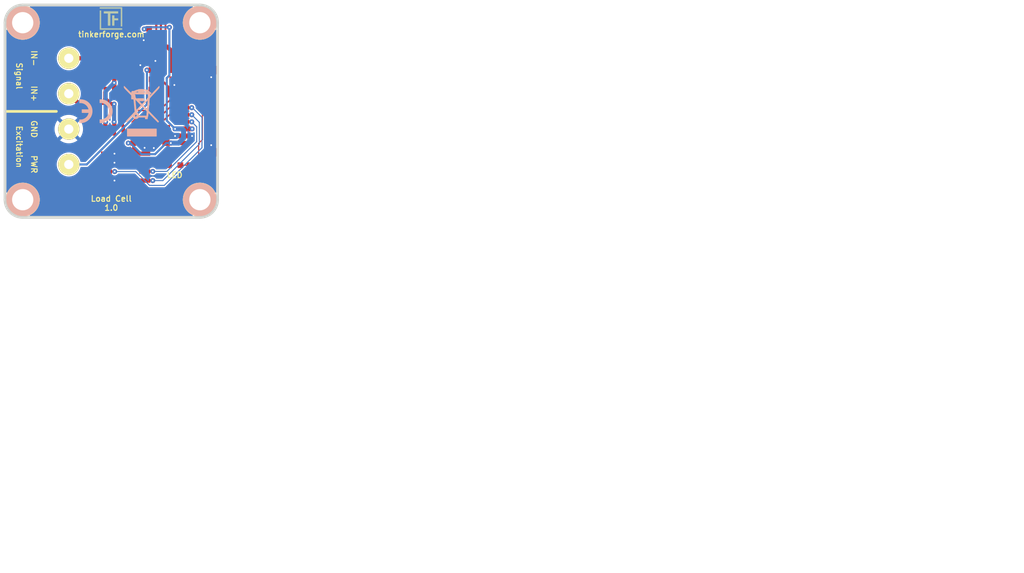
<source format=kicad_pcb>
(kicad_pcb (version 20221018) (generator pcbnew)
  (title_block (title "Analog Out Bricklet") (date "24 Feb 2015") (rev "2.0") (company "Tinkerforge GmbH") (comment 1 "Licensed under CERN OHL v.1.1") (comment 2 "Copyright (©) 2015, B.Nordmeyer <bastian@tinkerforge.com>"))
  (layers (0 "F.Cu" signal "Vorderseite") (31 "B.Cu" signal "Rückseite") (34 "B.Paste" user) (35 "F.Paste" user) (36 "B.SilkS" user "B.Silkscreen") (37 "F.SilkS" user "F.Silkscreen") (38 "B.Mask" user) (39 "F.Mask" user) (44 "Edge.Cuts" user))
  (net 0 "")
  (net 1 "SCL")
  (net 2 "SDA")
  (net 3 "AGND")
  (net 4 "3V3")
  (net 5 "Net-(P1-Pad6)")
  (net 6 "Net-(D1-Pad1)")
  (net 7 "Net-(P1-Pad7)")
  (net 8 "Net-(P1-Pad8)")
  (net 9 "Net-(P1-Pad9)")
  (net 10 "Net-(P1-Pad10)")
  (net 11 "+5V")
  (net 12 "Net-(L1-Pad1)")
  (net 13 "+5VA")
  (net 14 "Net-(P2-Pad1)")
  (net 15 "Net-(P2-Pad2)")
  (net 16 "Net-(P1-Pad1)")
  (net 17 "Net-(U1-Pad7)")
  (net 18 "Net-(U3-Pad2)")
  (net 19 "Net-(U3-Pad6)")
  (net 20 "Net-(U3-Pad13)")
  (footprint "kicad-libraries:Logo_31x31" (layer "F.Cu") (at 151.425 85.4)
    (fp_text reference "G***" hide)
    (fp_text value "Logo_31x31" hide)
  )
  (footprint "kicad-libraries:D0603" (layer "F.Cu") (at 162 107.7 180)
    (fp_text reference "D1")
    (fp_text value "LED")
    (pad "1" smd rect (at -0.8001 0 180) (size 0.8001 0.8001) (layers "F.Cu" "F.Paste" "F.Mask") (net 6 "Net-(D1-Pad1)"))
    (pad "2" smd rect (at 0.8001 0 180) (size 0.8001 0.8001) (layers "F.Cu" "F.Paste" "F.Mask") (net 4 "3V3"))
  )
  (footprint "kicad-libraries:CON-SENSOR" (layer "F.Cu") (at 168.05 100.075 90)
    (fp_text reference "P1")
    (fp_text value "CON-SENSOR")
    (pad "1" smd rect (at -4.50088 -4.7752 90) (size 0.59944 1.5494) (layers "F.Cu" "F.Paste" "F.Mask") (net 16 "Net-(P1-Pad1)"))
    (pad "2" smd rect (at -3.50012 -4.7752 90) (size 0.59944 1.5494) (layers "F.Cu" "F.Paste" "F.Mask") (net 3 "AGND"))
    (pad "3" smd rect (at -2.49936 -4.7752 90) (size 0.59944 1.5494) (layers "F.Cu" "F.Paste" "F.Mask") (net 4 "3V3"))
    (pad "4" smd rect (at -1.50114 -4.7752 90) (size 0.59944 1.5494) (layers "F.Cu" "F.Paste" "F.Mask") (net 1 "SCL"))
    (pad "5" smd rect (at -0.50038 -4.7752 90) (size 0.59944 1.5494) (layers "F.Cu" "F.Paste" "F.Mask") (net 2 "SDA"))
    (pad "6" smd rect (at 0.50038 -4.7752 90) (size 0.59944 1.5494) (layers "F.Cu" "F.Paste" "F.Mask") (net 5 "Net-(P1-Pad6)"))
    (pad "7" smd rect (at 1.50114 -4.7752 90) (size 0.59944 1.5494) (layers "F.Cu" "F.Paste" "F.Mask") (net 7 "Net-(P1-Pad7)"))
    (pad "8" smd rect (at 2.49936 -4.7752 90) (size 0.59944 1.5494) (layers "F.Cu" "F.Paste" "F.Mask") (net 8 "Net-(P1-Pad8)"))
    (pad "9" smd rect (at 3.50012 -4.7752 90) (size 0.59944 1.5494) (layers "F.Cu" "F.Paste" "F.Mask") (net 9 "Net-(P1-Pad9)"))
    (pad "10" smd rect (at 4.50088 -4.7752 90) (size 0.59944 1.5494) (layers "F.Cu" "F.Paste" "F.Mask") (net 10 "Net-(P1-Pad10)"))
    (pad "EP" smd rect (at -5.79882 -0.89916 90) (size 1.19888 1.80086) (layers "F.Cu" "F.Paste" "F.Mask") (net 3 "AGND"))
    (pad "EP" smd rect (at 5.79882 -0.89916 90) (size 1.19888 1.80086) (layers "F.Cu" "F.Paste" "F.Mask") (net 3 "AGND"))
  )
  (footprint "kicad-libraries:AKL_5_2" (layer "F.Cu") (at 147.05076 95.10014 90)
    (fp_text reference "P2")
    (fp_text value "AKL_5_2")
    (pad "1" thru_hole circle (at -2.49936 0 90) (size 2.99974 2.99974) (drill 1.30048) (layers "*.Cu" "*.Mask" "F.SilkS") (net 14 "Net-(P2-Pad1)"))
    (pad "2" thru_hole circle (at 2.49936 0 90) (size 2.99974 2.99974) (drill 1.30048) (layers "*.Cu" "*.Mask" "F.SilkS") (net 15 "Net-(P2-Pad2)"))
  )
  (footprint "kicad-libraries:AKL_5_2" (layer "F.Cu") (at 147.05076 105.10012 90)
    (fp_text reference "P3")
    (fp_text value "AKL_5_2")
    (pad "1" thru_hole circle (at -2.49936 0 90) (size 2.99974 2.99974) (drill 1.30048) (layers "*.Cu" "*.Mask" "F.SilkS") (net 13 "+5VA"))
    (pad "2" thru_hole circle (at 2.49936 0 90) (size 2.99974 2.99974) (drill 1.30048) (layers "*.Cu" "*.Mask" "F.SilkS") (net 3 "AGND"))
  )
  (footprint "kicad-libraries:SOIC8" (layer "F.Cu") (at 155.075 107.975 -90)
    (fp_text reference "U1")
    (fp_text value "M24C64")
    (pad "1" smd rect (at -1.90246 2.69748 90) (size 0.59944 1.5494) (layers "F.Cu" "F.Paste" "F.Mask") (net 3 "AGND"))
    (pad "2" smd rect (at -0.63246 2.69748 90) (size 0.59944 1.5494) (layers "F.Cu" "F.Paste" "F.Mask") (net 3 "AGND"))
    (pad "3" smd rect (at 0.63246 2.69748 90) (size 0.59944 1.5494) (layers "F.Cu" "F.Paste" "F.Mask") (net 5 "Net-(P1-Pad6)"))
    (pad "4" smd rect (at 1.90246 2.69748 90) (size 0.59944 1.5494) (layers "F.Cu" "F.Paste" "F.Mask") (net 3 "AGND"))
    (pad "5" smd rect (at 1.90246 -2.69748 270) (size 0.59944 1.5494) (layers "F.Cu" "F.Paste" "F.Mask") (net 2 "SDA"))
    (pad "6" smd rect (at 0.63246 -2.69748 270) (size 0.59944 1.5494) (layers "F.Cu" "F.Paste" "F.Mask") (net 1 "SCL"))
    (pad "7" smd rect (at -0.63246 -2.69748 270) (size 0.59944 1.5494) (layers "F.Cu" "F.Paste" "F.Mask") (net 17 "Net-(U1-Pad7)"))
    (pad "8" smd rect (at -1.90246 -2.69748 270) (size 0.59944 1.5494) (layers "F.Cu" "F.Paste" "F.Mask") (net 4 "3V3"))
  )
  (footprint "kicad-libraries:UMLP_22" (layer "F.Cu") (at 160.05 89.275 180)
    (fp_text reference "U2")
    (fp_text value "FAN4860")
    (pad "1" smd rect (at 0.65 -1.05 180) (size 0.25 0.8) (layers "F.Cu" "F.Paste" "F.Mask") (net 3 "AGND"))
    (pad "2" smd rect (at 0 -1.05 180) (size 0.25 0.8) (layers "F.Cu" "F.Paste" "F.Mask") (net 11 "+5V"))
    (pad "3" smd rect (at -0.65 -1.05 180) (size 0.25 0.8) (layers "F.Cu" "F.Paste" "F.Mask") (net 11 "+5V"))
    (pad "4" smd rect (at -0.65 1.05 180) (size 0.25 0.8) (layers "F.Cu" "F.Paste" "F.Mask") (net 4 "3V3"))
    (pad "5" smd rect (at 0 1.05 180) (size 0.25 0.8) (layers "F.Cu" "F.Paste" "F.Mask") (net 12 "Net-(L1-Pad1)"))
    (pad "6" smd rect (at 0.65 1.05 180) (size 0.25 0.8) (layers "F.Cu" "F.Paste" "F.Mask") (net 4 "3V3"))
    (pad "EP" smd rect (at 0 0 180) (size 1.45 0.8) (layers "F.Cu" "F.Paste" "F.Mask") (net 3 "AGND"))
  )
  (footprint "kicad-libraries:SOP16L" (layer "F.Cu") (at 156.65 100.075 180)
    (fp_text reference "U3")
    (fp_text value "HX711")
    (pad "1" smd rect (at -4.445 2.7 180) (size 0.5 1.5) (layers "F.Cu" "F.Paste" "F.Mask") (net 13 "+5VA") (clearance 0.14986))
    (pad "2" smd rect (at -3.175 2.7 180) (size 0.5 1.5) (layers "F.Cu" "F.Paste" "F.Mask") (net 18 "Net-(U3-Pad2)") (clearance 0.14986))
    (pad "3" smd rect (at -1.905 2.7 180) (size 0.5 1.5) (layers "F.Cu" "F.Paste" "F.Mask") (net 13 "+5VA") (clearance 0.14986))
    (pad "4" smd rect (at -0.635 2.7 180) (size 0.5 1.5) (layers "F.Cu" "F.Paste" "F.Mask") (net 3 "AGND") (clearance 0.14986))
    (pad "5" smd rect (at 0.635 2.7 180) (size 0.5 1.5) (layers "F.Cu" "F.Paste" "F.Mask") (net 3 "AGND") (clearance 0.14986))
    (pad "6" smd rect (at 1.905 2.7 180) (size 0.5 1.5) (layers "F.Cu" "F.Paste" "F.Mask") (net 19 "Net-(U3-Pad6)") (clearance 0.14986))
    (pad "7" smd rect (at 3.175 2.7 180) (size 0.5 1.5) (layers "F.Cu" "F.Paste" "F.Mask") (net 15 "Net-(P2-Pad2)"))
    (pad "8" smd rect (at 4.445 2.7 180) (size 0.5 1.5) (layers "F.Cu" "F.Paste" "F.Mask") (net 14 "Net-(P2-Pad1)"))
    (pad "9" smd rect (at 4.445 -2.7 180) (size 0.5 1.5) (layers "F.Cu" "F.Paste" "F.Mask") (net 15 "Net-(P2-Pad2)"))
    (pad "10" smd rect (at 3.175 -2.7 180) (size 0.5 1.5) (layers "F.Cu" "F.Paste" "F.Mask") (net 14 "Net-(P2-Pad1)"))
    (pad "11" smd rect (at 1.905 -2.7 180) (size 0.5 1.5) (layers "F.Cu" "F.Paste" "F.Mask") (net 9 "Net-(P1-Pad9)"))
    (pad "12" smd rect (at 0.635 -2.7 180) (size 0.5 1.5) (layers "F.Cu" "F.Paste" "F.Mask") (net 8 "Net-(P1-Pad8)"))
    (pad "13" smd rect (at -0.635 -2.7 180) (size 0.5 1.5) (layers "F.Cu" "F.Paste" "F.Mask") (net 20 "Net-(U3-Pad13)"))
    (pad "14" smd rect (at -1.905 -2.7 180) (size 0.5 1.5) (layers "F.Cu" "F.Paste" "F.Mask") (net 3 "AGND"))
    (pad "15" smd rect (at -3.175 -2.7 180) (size 0.5 1.5) (layers "F.Cu" "F.Paste" "F.Mask") (net 7 "Net-(P1-Pad7)"))
    (pad "16" smd rect (at -4.445 -2.7 180) (size 0.5 1.5) (layers "F.Cu" "F.Paste" "F.Mask") (net 4 "3V3"))
  )
  (footprint "kicad-libraries:DRILL_NP" (layer "F.Cu") (at 165.55 112.575)
    (fp_text reference "U4" hide)
    (fp_text value "DRILL" hide)
    (pad "" np_thru_hole circle (at 0 0) (size 2.99974 2.99974) (drill 2.99974) (layers "*.Cu" "*.Mask" "F.SilkS") (clearance 0.89916))
  )
  (footprint "kicad-libraries:DRILL_NP" (layer "F.Cu") (at 140.55 112.575)
    (fp_text reference "U5" hide)
    (fp_text value "DRILL" hide)
    (pad "" np_thru_hole circle (at 0 0) (size 2.99974 2.99974) (drill 2.99974) (layers "*.Cu" "*.Mask" "F.SilkS") (clearance 0.89916))
  )
  (footprint "kicad-libraries:DRILL_NP" (layer "F.Cu") (at 140.55 87.575)
    (fp_text reference "U6" hide)
    (fp_text value "DRILL" hide)
    (pad "" np_thru_hole circle (at 0 0) (size 2.99974 2.99974) (drill 2.99974) (layers "*.Cu" "*.Mask" "F.SilkS") (clearance 0.89916))
  )
  (footprint "kicad-libraries:DRILL_NP" (layer "F.Cu") (at 165.55 87.575)
    (fp_text reference "U7" hide)
    (fp_text value "DRILL" hide)
    (pad "" np_thru_hole circle (at 0 0) (size 2.99974 2.99974) (drill 2.99974) (layers "*.Cu" "*.Mask" "F.SilkS") (clearance 0.89916))
  )
  (footprint "kicad-libraries:Fiducial_Mark" (layer "F.Cu") (at 145.55 86.575)
    (fp_text reference "Fiducial_Mark" hide)
    (fp_text value "VAL**" hide)
    (pad "1" smd circle (at 0 0) (size 1.00076 1.00076) (layers "F.Cu" "F.Paste" "F.Mask") (clearance 0.65024))
  )
  (footprint "kicad-libraries:Fiducial_Mark" (layer "F.Cu") (at 160.55 113.575)
    (fp_text reference "Fiducial_Mark" hide)
    (fp_text value "VAL**" hide)
    (pad "1" smd circle (at 0 0) (size 1.00076 1.00076) (layers "F.Cu" "F.Paste" "F.Mask") (clearance 0.65024))
  )
  (footprint "kicad-libraries:C0603" (layer "F.Cu") (at 158.375 89.25 90)
    (fp_text reference "C1")
    (fp_text value "2.2µF")
    (pad "1" smd rect (at -0.8001 0 90) (size 0.8001 0.8001) (layers "F.Cu" "F.Paste" "F.Mask") (net 3 "AGND"))
    (pad "2" smd rect (at 0.8001 0 90) (size 0.8001 0.8001) (layers "F.Cu" "F.Paste" "F.Mask") (net 4 "3V3"))
  )
  (footprint "kicad-libraries:C0603" (layer "F.Cu") (at 156.95 104.575)
    (fp_text reference "C2")
    (fp_text value "100nF")
    (pad "1" smd rect (at -0.8001 0) (size 0.8001 0.8001) (layers "F.Cu" "F.Paste" "F.Mask") (net 4 "3V3"))
    (pad "2" smd rect (at 0.8001 0) (size 0.8001 0.8001) (layers "F.Cu" "F.Paste" "F.Mask") (net 3 "AGND"))
  )
  (footprint "kicad-libraries:C0603" (layer "F.Cu") (at 160.85 91.675)
    (fp_text reference "C3")
    (fp_text value "4.7µF")
    (pad "1" smd rect (at -0.8001 0) (size 0.8001 0.8001) (layers "F.Cu" "F.Paste" "F.Mask") (net 3 "AGND"))
    (pad "2" smd rect (at 0.8001 0) (size 0.8001 0.8001) (layers "F.Cu" "F.Paste" "F.Mask") (net 11 "+5V"))
  )
  (footprint "kicad-libraries:C0603" (layer "F.Cu") (at 160.85 92.975 180)
    (fp_text reference "C4")
    (fp_text value "100nF")
    (pad "1" smd rect (at -0.8001 0 180) (size 0.8001 0.8001) (layers "F.Cu" "F.Paste" "F.Mask") (net 11 "+5V"))
    (pad "2" smd rect (at 0.8001 0 180) (size 0.8001 0.8001) (layers "F.Cu" "F.Paste" "F.Mask") (net 3 "AGND"))
  )
  (footprint "kicad-libraries:C0603" (layer "F.Cu") (at 160.85 95.575 180)
    (fp_text reference "C5")
    (fp_text value "100nF")
    (pad "1" smd rect (at -0.8001 0 180) (size 0.8001 0.8001) (layers "F.Cu" "F.Paste" "F.Mask") (net 3 "AGND"))
    (pad "2" smd rect (at 0.8001 0 180) (size 0.8001 0.8001) (layers "F.Cu" "F.Paste" "F.Mask") (net 13 "+5VA"))
  )
  (footprint "kicad-libraries:C0603" (layer "F.Cu") (at 159.85 104.575)
    (fp_text reference "C6")
    (fp_text value "100nF")
    (pad "1" smd rect (at -0.8001 0) (size 0.8001 0.8001) (layers "F.Cu" "F.Paste" "F.Mask") (net 3 "AGND"))
    (pad "2" smd rect (at 0.8001 0) (size 0.8001 0.8001) (layers "F.Cu" "F.Paste" "F.Mask") (net 4 "3V3"))
  )
  (footprint "kicad-libraries:C0603" (layer "F.Cu") (at 157.95 95.575 180)
    (fp_text reference "C7")
    (fp_text value "100nF")
    (pad "1" smd rect (at -0.8001 0 180) (size 0.8001 0.8001) (layers "F.Cu" "F.Paste" "F.Mask") (net 13 "+5VA"))
    (pad "2" smd rect (at 0.8001 0 180) (size 0.8001 0.8001) (layers "F.Cu" "F.Paste" "F.Mask") (net 3 "AGND"))
  )
  (footprint "kicad-libraries:C0603" (layer "F.Cu") (at 157.95 94.275 180)
    (fp_text reference "C8")
    (fp_text value "1µF")
    (pad "1" smd rect (at -0.8001 0 180) (size 0.8001 0.8001) (layers "F.Cu" "F.Paste" "F.Mask") (net 13 "+5VA"))
    (pad "2" smd rect (at 0.8001 0 180) (size 0.8001 0.8001) (layers "F.Cu" "F.Paste" "F.Mask") (net 3 "AGND"))
  )
  (footprint "kicad-libraries:C0805" (layer "F.Cu") (at 159.725 86.675 180)
    (fp_text reference "L1")
    (fp_text value "1µH")
    (pad "1" smd rect (at -1.00076 0 180) (size 1.00076 1.24968) (layers "F.Cu" "F.Paste" "F.Mask") (net 12 "Net-(L1-Pad1)") (clearance 0.14986))
    (pad "2" smd rect (at 1.00076 0 180) (size 1.00076 1.24968) (layers "F.Cu" "F.Paste" "F.Mask") (net 4 "3V3") (clearance 0.14986))
  )
  (footprint "kicad-libraries:C0603" (layer "F.Cu") (at 160.85 94.275)
    (fp_text reference "L2")
    (fp_text value "FB0603-2")
    (pad "1" smd rect (at -0.8001 0) (size 0.8001 0.8001) (layers "F.Cu" "F.Paste" "F.Mask") (net 13 "+5VA"))
    (pad "2" smd rect (at 0.8001 0) (size 0.8001 0.8001) (layers "F.Cu" "F.Paste" "F.Mask") (net 11 "+5V"))
  )
  (footprint "kicad-libraries:R0603" (layer "F.Cu") (at 164.9 107.7)
    (fp_text reference "R1")
    (fp_text value "1k")
    (pad "1" smd rect (at -0.8001 0) (size 0.8001 0.8001) (layers "F.Cu" "F.Paste" "F.Mask") (net 6 "Net-(D1-Pad1)"))
    (pad "2" smd rect (at 0.8001 0) (size 0.8001 0.8001) (layers "F.Cu" "F.Paste" "F.Mask") (net 10 "Net-(P1-Pad10)"))
  )
  (footprint "kicad-libraries:CE_5mm" (layer "B.Cu") (at 150.85 100.075 180)
    (fp_text reference "VAL" hide)
    (fp_text value "CE_5mm" hide)
  )
  (footprint "kicad-libraries:WEEE_7mm" (layer "B.Cu") (at 157.35 100.075 180)
    (fp_text reference "G***" hide)
    (fp_text value "LOGO" hide)
  )
  (gr_line (start 145.3 100.1) (end 138.05 100.1) (stroke (width 0.381)) (layer "F.SilkS"))
  (gr_arc (start 168.05 112.575) (mid 167.317767 114.342767) (end 165.55 115.075) (stroke (width 0.381)) (layer "Edge.Cuts"))
  (gr_line (start 138.05 87.575) (end 138.05 112.575) (stroke (width 0.381)) (layer "Edge.Cuts"))
  (gr_line (start 140.55 115.075) (end 165.55 115.075) (stroke (width 0.381)) (layer "Edge.Cuts"))
  (gr_arc (start 138.05 87.575) (mid 138.782233 85.807233) (end 140.55 85.075) (stroke (width 0.381)) (layer "Edge.Cuts"))
  (gr_line (start 165.55 85.075) (end 140.55 85.075) (stroke (width 0.381)) (layer "Edge.Cuts"))
  (gr_arc (start 165.55 85.075) (mid 167.317767 85.807233) (end 168.05 87.575) (stroke (width 0.381)) (layer "Edge.Cuts"))
  (gr_arc (start 140.55 115.075) (mid 138.782233 114.342767) (end 138.05 112.575) (stroke (width 0.381)) (layer "Edge.Cuts"))
  (gr_line (start 168.05 112.575) (end 168.05 87.575) (stroke (width 0.381)) (layer "Edge.Cuts"))
  (gr_text "tinkerforge.com" (at 153.05 89.225) (layer "F.SilkS") (effects (font (size 0.8001 0.8001) (thickness 0.14986))))
  (gr_text "IN+" (at 142.15 97.6 270) (layer "F.SilkS") (effects (font (size 0.8001 0.8001) (thickness 0.14986))))
  (gr_text "Signal" (at 140.05 95.1 270) (layer "F.SilkS") (effects (font (size 0.8 0.8))))
  (gr_text "IN-" (at 142.15 92.6 270) (layer "F.SilkS") (effects (font (size 0.8001 0.8001) (thickness 0.14986))))
  (gr_text "Load Cell\n1.0" (at 153.05 113.075) (layer "F.SilkS") (effects (font (size 0.8 0.8))))
  (gr_text "PWR" (at 142.15 107.575 270) (layer "F.SilkS") (effects (font (size 0.8001 0.8001) (thickness 0.14986))))
  (gr_text "Excitation" (at 140.05 105.1 270) (layer "F.SilkS") (effects (font (size 0.8 0.8))))
  (gr_text "LED" (at 162 109.1) (layer "F.SilkS") (effects (font (size 0.8001 0.8001) (thickness 0.14986))))
  (gr_text "GND" (at 142.15 102.6 270) (layer "F.SilkS") (effects (font (size 0.8001 0.8001) (thickness 0.14986))))
  (segment (start 164.39886 101.57614) (end 164.4 101.575) (width 0.14986) (layer "F.Cu") (net 1))
  (segment (start 158.86754 108.60746) (end 158.9 108.575) (width 0.14986) (layer "F.Cu") (net 1))
  (segment (start 163.2748 101.57614) (end 164.39886 101.57614) (width 0.14986) (layer "F.Cu") (net 1))
  (segment (start 158.86754 108.60746) (end 157.77248 108.60746) (width 0.14986) (layer "F.Cu") (net 1))
  (via (at 158.9 108.575) (size 0.70104) (drill 0.24892) (layers "F.Cu" "B.Cu") (net 1))
  (via (at 164.4 101.575) (size 0.70104) (drill 0.24892) (layers "F.Cu" "B.Cu") (net 1))
  (segment (start 160.9 108.575) (end 165.1 104.375) (width 0.14986) (layer "B.Cu") (net 1))
  (segment (start 165.1 104.375) (end 165.1 102.275) (width 0.14986) (layer "B.Cu") (net 1))
  (segment (start 165.1 102.275) (end 164.4 101.575) (width 0.14986) (layer "B.Cu") (net 1))
  (segment (start 158.9 108.575) (end 160.9 108.575) (width 0.14986) (layer "B.Cu") (net 1))
  (segment (start 164.39962 100.57538) (end 164.4 100.575) (width 0.14986) (layer "F.Cu") (net 2))
  (segment (start 158.89754 109.87746) (end 158.9 109.875) (width 0.14986) (layer "F.Cu") (net 2))
  (segment (start 163.2748 100.57538) (end 164.39962 100.57538) (width 0.14986) (layer "F.Cu") (net 2))
  (segment (start 158.89754 109.87746) (end 157.77248 109.87746) (width 0.14986) (layer "F.Cu") (net 2))
  (via (at 164.4 100.575) (size 0.70104) (drill 0.24892) (layers "F.Cu" "B.Cu") (net 2))
  (via (at 158.9 109.875) (size 0.70104) (drill 0.24892) (layers "F.Cu" "B.Cu") (net 2))
  (segment (start 160.325 109.875) (end 165.475 104.725) (width 0.14986) (layer "B.Cu") (net 2))
  (segment (start 165.475 104.725) (end 165.475 101.65) (width 0.14986) (layer "B.Cu") (net 2))
  (segment (start 165.475 101.65) (end 164.4 100.575) (width 0.14986) (layer "B.Cu") (net 2))
  (segment (start 158.9 109.875) (end 160.325 109.875) (width 0.14986) (layer "B.Cu") (net 2))
  (segment (start 157.285 96.41) (end 157.1499 96.2749) (width 0.29972) (layer "F.Cu") (net 3))
  (segment (start 157.1499 96.2749) (end 157.1499 95.575) (width 0.29972) (layer "F.Cu") (net 3))
  (segment (start 156.015 96.51) (end 156.95 95.575) (width 0.29972) (layer "F.Cu") (net 3))
  (segment (start 156.95 95.575) (end 157.1499 95.575) (width 0.29972) (layer "F.Cu") (net 3))
  (segment (start 162.05012 103.57512) (end 162.05 103.575) (width 0.7) (layer "F.Cu") (net 3))
  (segment (start 164.44988 103.57512) (end 164.45 103.575) (width 0.7) (layer "F.Cu") (net 3))
  (segment (start 157.1499 93.5751) (end 157.15 93.575) (width 0.59944) (layer "F.Cu") (net 3))
  (segment (start 158.555 104.0801) (end 159.0499 104.575) (width 0.59944) (layer "F.Cu") (net 3))
  (segment (start 159.0499 105.2749) (end 159.05 105.275) (width 0.59944) (layer "F.Cu") (net 3))
  (segment (start 167.15 104.875) (end 167.15084 104.87584) (width 0.29972) (layer "F.Cu") (net 3))
  (segment (start 167.15084 104.87584) (end 167.15084 105.87382) (width 0.29972) (layer "F.Cu") (net 3))
  (segment (start 167.15 95.275) (end 167.15084 95.27416) (width 0.29972) (layer "F.Cu") (net 3))
  (segment (start 167.15084 95.27416) (end 167.15084 94.27618) (width 0.29972) (layer "F.Cu") (net 3))
  (segment (start 161.6501 96.0751) (end 161.95 96.375) (width 0.59944) (layer "F.Cu") (net 3))
  (segment (start 160.0499 91.5999) (end 159.4 90.95) (width 0.29972) (layer "F.Cu") (net 3))
  (segment (start 159.4 90.95) (end 159.4 90.325) (width 0.29972) (layer "F.Cu") (net 3))
  (segment (start 159.1251 90.0501) (end 159.4 90.325) (width 0.29972) (layer "F.Cu") (net 3))
  (segment (start 159.4 89.925) (end 160.05 89.275) (width 0.29972) (layer "F.Cu") (net 3))
  (segment (start 153.49754 106.07254) (end 153.5 106.075) (width 0.14986) (layer "F.Cu") (net 3))
  (segment (start 153.49254 107.34254) (end 153.5 107.35) (width 0.14986) (layer "F.Cu") (net 3))
  (segment (start 153.49754 109.87746) (end 153.5 109.875) (width 0.14986) (layer "F.Cu") (net 3))
  (segment (start 157.7501 105.2499) (end 157.75 105.25) (width 0.29972) (layer "F.Cu") (net 3))
  (segment (start 157.625 90.05) (end 157.6251 90.0501) (width 0.29972) (layer "F.Cu") (net 3))
  (segment (start 157.6251 90.0501) (end 158.375 90.0501) (width 0.29972) (layer "F.Cu") (net 3))
  (segment (start 157.285 97.375) (end 157.285 96.41) (width 0.29972) (layer "F.Cu") (net 3))
  (segment (start 158.555 102.775) (end 158.555 104.0801) (width 0.59944) (layer "F.Cu") (net 3))
  (segment (start 163.2748 103.57512) (end 164.44988 103.57512) (width 0.7) (layer "F.Cu") (net 3))
  (segment (start 157.1499 95.575) (end 157.1499 94.275) (width 0.59944) (layer "F.Cu") (net 3))
  (segment (start 160.0499 91.675) (end 160.0499 91.5999) (width 0.29972) (layer "F.Cu") (net 3))
  (segment (start 160.0499 91.675) (end 160.0499 92.975) (width 0.7) (layer "F.Cu") (net 3))
  (segment (start 157.7501 105.2499) (end 157.7501 104.575) (width 0.29972) (layer "F.Cu") (net 3))
  (segment (start 158.375 90.0501) (end 159.1251 90.0501) (width 0.29972) (layer "F.Cu") (net 3))
  (segment (start 159.0499 105.2749) (end 159.0499 104.575) (width 0.59944) (layer "F.Cu") (net 3))
  (segment (start 161.6501 96.0751) (end 161.6501 95.575) (width 0.59944) (layer "F.Cu") (net 3))
  (segment (start 163.2748 103.57512) (end 162.05012 103.57512) (width 0.7) (layer "F.Cu") (net 3))
  (segment (start 153.49254 107.34254) (end 152.37752 107.34254) (width 0.14986) (layer "F.Cu") (net 3))
  (segment (start 153.49754 106.07254) (end 152.37752 106.07254) (width 0.14986) (layer "F.Cu") (net 3))
  (segment (start 152.37752 109.87746) (end 153.49754 109.87746) (width 0.14986) (layer "F.Cu") (net 3))
  (segment (start 159.4 90.325) (end 159.4 89.925) (width 0.29972) (layer "F.Cu") (net 3))
  (segment (start 156.015 97.375) (end 156.015 96.51) (width 0.29972) (layer "F.Cu") (net 3))
  (segment (start 160.0499 92.975) (end 159.275 92.975) (width 0.7) (layer "F.Cu") (net 3))
  (segment (start 157.1499 93.5751) (end 157.1499 94.275) (width 0.59944) (layer "F.Cu") (net 3))
  (via (at 167.15 95.275) (size 0.70104) (drill 0.24892) (layers "F.Cu" "B.Cu") (net 3))
  (via (at 157.625 90.05) (size 0.70104) (drill 0.24892) (layers "F.Cu" "B.Cu") (net 3))
  (via (at 162.05 103.575) (size 0.70104) (drill 0.24892) (layers "F.Cu" "B.Cu") (net 3))
  (via (at 167.15 104.875) (size 0.70104) (drill 0.24892) (layers "F.Cu" "B.Cu") (net 3))
  (via (at 153.5 107.35) (size 0.70104) (drill 0.24892) (layers "F.Cu" "B.Cu") (net 3))
  (via (at 153.5 106.075) (size 0.70104) (drill 0.24892) (layers "F.Cu" "B.Cu") (net 3))
  (via (at 164.45 103.575) (size 0.70104) (drill 0.24892) (layers "F.Cu" "B.Cu") (net 3))
  (via (at 159.05 105.275) (size 0.70104) (drill 0.24892) (layers "F.Cu" "B.Cu") (net 3))
  (via (at 161.95 96.375) (size 0.70104) (drill 0.24892) (layers "F.Cu" "B.Cu") (net 3))
  (via (at 159.275 92.975) (size 0.70104) (drill 0.24892) (layers "F.Cu" "B.Cu") (net 3))
  (via (at 153.5 109.875) (size 0.70104) (drill 0.24892) (layers "F.Cu" "B.Cu") (net 3))
  (via (at 157.75 105.25) (size 0.70104) (drill 0.24892) (layers "F.Cu" "B.Cu") (net 3))
  (via (at 157.15 93.575) (size 0.70104) (drill 0.24892) (layers "F.Cu" "B.Cu") (net 3))
  (segment (start 160.05 103.575) (end 159.05 104.575) (width 0.29972) (layer "B.Cu") (net 3))
  (segment (start 159.05 104.575) (end 159.05 105.275) (width 0.29972) (layer "B.Cu") (net 3))
  (segment (start 157.775 105.275) (end 157.75 105.25) (width 0.29972) (layer "B.Cu") (net 3))
  (segment (start 156.25 103.75) (end 155.125 103.75) (width 0.29972) (layer "B.Cu") (net 3))
  (segment (start 155.125 103.75) (end 153.5 105.375) (width 0.29972) (layer "B.Cu") (net 3))
  (segment (start 153.5 105.375) (end 153.5 106.075) (width 0.29972) (layer "B.Cu") (net 3))
  (segment (start 153.05 109.875) (end 152.525 109.35) (width 0.29972) (layer "B.Cu") (net 3))
  (segment (start 152.525 109.35) (end 152.525 108.325) (width 0.29972) (layer "B.Cu") (net 3))
  (segment (start 152.525 108.325) (end 153.5 107.35) (width 0.29972) (layer "B.Cu") (net 3))
  (segment (start 163.05 95.275) (end 161.95 96.375) (width 0.29972) (layer "B.Cu") (net 3))
  (segment (start 161.95 87.6) (end 161.375 87.025) (width 0.29972) (layer "B.Cu") (net 3))
  (segment (start 161.375 87.025) (end 157.75 87.025) (width 0.29972) (layer "B.Cu") (net 3))
  (segment (start 157.75 87.025) (end 156.85 87.925) (width 0.29972) (layer "B.Cu") (net 3))
  (segment (start 156.85 87.925) (end 156.85 89.275) (width 0.29972) (layer "B.Cu") (net 3))
  (segment (start 156.85 89.275) (end 157.625 90.05) (width 0.29972) (layer "B.Cu") (net 3))
  (segment (start 158.95 92.975) (end 158.6125 92.6375) (width 0.29972) (layer "B.Cu") (net 3))
  (segment (start 157.625 91.65) (end 157.625 90.05) (width 0.29972) (layer "B.Cu") (net 3))
  (segment (start 157.675 93.575) (end 158.6125 92.6375) (width 0.29972) (layer "B.Cu") (net 3))
  (segment (start 158.6125 92.6375) (end 157.625 91.65) (width 0.29972) (layer "B.Cu") (net 3))
  (segment (start 159.275 102.8) (end 160.05 103.575) (width 0.29972) (layer "B.Cu") (net 3))
  (segment (start 145.675 109.875) (end 144.425 108.625) (width 0.29972) (layer "B.Cu") (net 3))
  (segment (start 144.425 108.625) (end 144.425 105.22652) (width 0.29972) (layer "B.Cu") (net 3))
  (segment (start 144.425 105.22652) (end 147.05076 102.60076) (width 0.29972) (layer "B.Cu") (net 3))
  (segment (start 157.15 93.575) (end 157.675 93.575) (width 0.29972) (layer "B.Cu") (net 3))
  (segment (start 153.5 106.075) (end 153.5 107.35) (width 0.29972) (layer "B.Cu") (net 3))
  (segment (start 167.15 95.275) (end 163.05 95.275) (width 0.29972) (layer "B.Cu") (net 3))
  (segment (start 161.95 96.375) (end 161.95 87.6) (width 0.29972) (layer "B.Cu") (net 3))
  (segment (start 153.5 109.875) (end 153.05 109.875) (width 0.29972) (layer "B.Cu") (net 3))
  (segment (start 153.5 109.875) (end 145.675 109.875) (width 0.29972) (layer "B.Cu") (net 3))
  (segment (start 159.275 92.975) (end 158.95 92.975) (width 0.29972) (layer "B.Cu") (net 3))
  (segment (start 159.05 105.275) (end 157.775 105.275) (width 0.29972) (layer "B.Cu") (net 3))
  (segment (start 157.75 105.25) (end 156.25 103.75) (width 0.29972) (layer "B.Cu") (net 3))
  (segment (start 159.275 92.975) (end 159.275 102.8) (width 0.29972) (layer "B.Cu") (net 3))
  (segment (start 167.15 104.875) (end 167.15 95.275) (width 0.29972) (layer "B.Cu") (net 3))
  (segment (start 162.05 103.575) (end 160.05 103.575) (width 0.29972) (layer "B.Cu") (net 3))
  (segment (start 161.095 104.1301) (end 160.6501 104.575) (width 0.29972) (layer "F.Cu") (net 4))
  (segment (start 164.44936 102.57436) (end 164.45 102.575) (width 0.7) (layer "F.Cu") (net 4))
  (segment (start 162.05064 102.57436) (end 162.05 102.575) (width 0.7) (layer "F.Cu") (net 4))
  (segment (start 158.5999 88.225) (end 158.375 88.4499) (width 0.29972) (layer "F.Cu") (net 4))
  (segment (start 157.7251 88.4499) (end 157.7 88.475) (width 0.29972) (layer "F.Cu") (net 4))
  (segment (start 159.4 87.35076) (end 158.72424 86.675) (width 0.29972) (layer "F.Cu") (net 4))
  (segment (start 161.1999 104.8251) (end 161.45 104.575) (width 0.14986) (layer "F.Cu") (net 4))
  (segment (start 156.94754 106.07254) (end 156.1499 105.2749) (width 0.29972) (layer "F.Cu") (net 4))
  (segment (start 156.1499 105.2749) (end 156.1499 104.575) (width 0.29972) (layer "F.Cu") (net 4))
  (segment (start 163.2748 102.57436) (end 164.44936 102.57436) (width 0.7) (layer "F.Cu") (net 4))
  (segment (start 159.4 88.225) (end 159.4 87.35076) (width 0.29972) (layer "F.Cu") (net 4))
  (segment (start 161.25 88.225) (end 160.7 88.225) (width 0.29972) (layer "F.Cu") (net 4))
  (segment (start 159.4 88.225) (end 158.5999 88.225) (width 0.29972) (layer "F.Cu") (net 4))
  (segment (start 161.1999 107.7) (end 161.1999 104.8251) (width 0.14986) (layer "F.Cu") (net 4))
  (segment (start 163.2748 102.57436) (end 162.05064 102.57436) (width 0.7) (layer "F.Cu") (net 4))
  (segment (start 156.1499 104.575) (end 155.45 104.575) (width 0.29972) (layer "F.Cu") (net 4))
  (segment (start 158.375 88.4499) (end 157.7251 88.4499) (width 0.29972) (layer "F.Cu") (net 4))
  (segment (start 161.45 104.575) (end 160.6501 104.575) (width 0.7) (layer "F.Cu") (net 4))
  (segment (start 157.77248 106.07254) (end 156.94754 106.07254) (width 0.29972) (layer "F.Cu") (net 4))
  (segment (start 161.095 102.775) (end 161.095 104.1301) (width 0.29972) (layer "F.Cu") (net 4))
  (via (at 164.45 102.575) (size 0.70104) (drill 0.24892) (layers "F.Cu" "B.Cu") (net 4))
  (via (at 157.7 88.475) (size 0.70104) (drill 0.24892) (layers "F.Cu" "B.Cu") (net 4))
  (via (at 162.05 102.575) (size 0.70104) (drill 0.24892) (layers "F.Cu" "B.Cu") (net 4))
  (via (at 161.25 88.225) (size 0.70104) (drill 0.24892) (layers "F.Cu" "B.Cu") (net 4))
  (via (at 155.45 104.575) (size 0.70104) (drill 0.24892) (layers "F.Cu" "B.Cu") (net 4))
  (via (at 161.45 104.575) (size 0.70104) (drill 0.24892) (layers "F.Cu" "B.Cu") (net 4))
  (segment (start 162.55 104.575) (end 163.25 103.875) (width 0.7) (layer "B.Cu") (net 4))
  (segment (start 163.25 103.875) (end 163.25 102.775) (width 0.7) (layer "B.Cu") (net 4))
  (segment (start 163.25 102.775) (end 163.05 102.575) (width 0.7) (layer "B.Cu") (net 4))
  (segment (start 163.05 102.575) (end 162.05 102.575) (width 0.7) (layer "B.Cu") (net 4))
  (segment (start 155.75 104.575) (end 157.325 106.15) (width 0.29972) (layer "B.Cu") (net 4))
  (segment (start 157.325 106.15) (end 159.225 106.15) (width 0.29972) (layer "B.Cu") (net 4))
  (segment (start 159.225 106.15) (end 160.8 104.575) (width 0.29972) (layer "B.Cu") (net 4))
  (segment (start 160.8 104.575) (end 161.45 104.575) (width 0.29972) (layer "B.Cu") (net 4))
  (segment (start 157.95 88.225) (end 157.7 88.475) (width 0.29972) (layer "B.Cu") (net 4))
  (segment (start 161.25 95.025) (end 160.875 95.4) (width 0.29972) (layer "B.Cu") (net 4))
  (segment (start 160.875 95.4) (end 160.875 101.4) (width 0.29972) (layer "B.Cu") (net 4))
  (segment (start 160.875 101.4) (end 162.05 102.575) (width 0.29972) (layer "B.Cu") (net 4))
  (segment (start 161.25 88.225) (end 161.25 95.025) (width 0.29972) (layer "B.Cu") (net 4))
  (segment (start 161.45 104.575) (end 162.55 104.575) (width 0.7) (layer "B.Cu") (net 4))
  (segment (start 155.45 104.575) (end 155.75 104.575) (width 0.29972) (layer "B.Cu") (net 4))
  (segment (start 161.25 88.225) (end 157.95 88.225) (width 0.29972) (layer "B.Cu") (net 4))
  (segment (start 164.39962 99.57462) (end 164.4 99.575) (width 0.14986) (layer "F.Cu") (net 5))
  (segment (start 153.51754 108.60746) (end 153.525 108.6) (width 0.14986) (layer "F.Cu") (net 5))
  (segment (start 153.51754 108.60746) (end 152.37752 108.60746) (width 0.14986) (layer "F.Cu") (net 5))
  (segment (start 163.2748 99.57462) (end 164.39962 99.57462) (width 0.14986) (layer "F.Cu") (net 5))
  (via (at 153.525 108.6) (size 0.70104) (drill 0.24892) (layers "F.Cu" "B.Cu") (net 5))
  (via (at 164.4 99.575) (size 0.70104) (drill 0.24892) (layers "F.Cu" "B.Cu") (net 5))
  (segment (start 164.475 99.575) (end 165.85 100.95) (width 0.14986) (layer "B.Cu") (net 5))
  (segment (start 165.85 100.95) (end 165.85 105.225) (width 0.14986) (layer "B.Cu") (net 5))
  (segment (start 165.85 105.225) (end 160.525 110.55) (width 0.14986) (layer "B.Cu") (net 5))
  (segment (start 160.525 110.55) (end 158.45 110.55) (width 0.14986) (layer "B.Cu") (net 5))
  (segment (start 158.45 110.55) (end 156.5 108.6) (width 0.14986) (layer "B.Cu") (net 5))
  (segment (start 156.5 108.6) (end 153.525 108.6) (width 0.14986) (layer "B.Cu") (net 5))
  (segment (start 164.4 99.575) (end 164.475 99.575) (width 0.14986) (layer "B.Cu") (net 5))
  (segment (start 164.0999 107.7) (end 162.8001 107.7) (width 0.14986) (layer "F.Cu") (net 6))
  (segment (start 162.55114 98.57386) (end 162.25 98.875) (width 0.2) (layer "F.Cu") (net 7))
  (segment (start 162.25 98.875) (end 162.25 99.575) (width 0.2) (layer "F.Cu") (net 7))
  (segment (start 162.25 99.575) (end 159.825 102) (width 0.2) (layer "F.Cu") (net 7))
  (segment (start 159.825 102) (end 159.825 102.775) (width 0.2) (layer "F.Cu") (net 7))
  (segment (start 163.2748 98.57386) (end 162.55114 98.57386) (width 0.2) (layer "F.Cu") (net 7))
  (segment (start 162.74936 97.57564) (end 161.85 98.475) (width 0.2) (layer "F.Cu") (net 8))
  (segment (start 161.85 98.475) (end 161.85 98.975) (width 0.2) (layer "F.Cu") (net 8))
  (segment (start 161.85 98.975) (end 159.95 100.875) (width 0.2) (layer "F.Cu") (net 8))
  (segment (start 159.95 100.875) (end 156.75 100.875) (width 0.2) (layer "F.Cu") (net 8))
  (segment (start 156.75 100.875) (end 156.015 101.61) (width 0.2) (layer "F.Cu") (net 8))
  (segment (start 156.015 101.61) (end 156.015 102.775) (width 0.2) (layer "F.Cu") (net 8))
  (segment (start 163.2748 97.57564) (end 162.74936 97.57564) (width 0.2) (layer "F.Cu") (net 8))
  (segment (start 162.65012 96.57488) (end 162.05 97.175) (width 0.2) (layer "F.Cu") (net 9))
  (segment (start 162.05 97.175) (end 162.05 97.775) (width 0.2) (layer "F.Cu") (net 9))
  (segment (start 162.05 97.775) (end 159.85 99.975) (width 0.2) (layer "F.Cu") (net 9))
  (segment (start 159.85 99.975) (end 156.05 99.975) (width 0.2) (layer "F.Cu") (net 9))
  (segment (start 156.05 99.975) (end 154.745 101.28) (width 0.2) (layer "F.Cu") (net 9))
  (segment (start 154.745 101.28) (end 154.745 102.775) (width 0.2) (layer "F.Cu") (net 9))
  (segment (start 163.2748 96.57488) (end 162.65012 96.57488) (width 0.2) (layer "F.Cu") (net 9))
  (segment (start 164.32412 95.57412) (end 165.9 97.15) (width 0.14986) (layer "F.Cu") (net 10))
  (segment (start 165.9 97.15) (end 165.9 104.1) (width 0.14986) (layer "F.Cu") (net 10))
  (segment (start 165.9 104.1) (end 165.375 104.625) (width 0.14986) (layer "F.Cu") (net 10))
  (segment (start 165.375 104.625) (end 165.375 106.775) (width 0.14986) (layer "F.Cu") (net 10))
  (segment (start 165.375 106.775) (end 165.7001 107.1001) (width 0.14986) (layer "F.Cu") (net 10))
  (segment (start 165.7001 107.1001) (end 165.7001 107.7) (width 0.14986) (layer "F.Cu") (net 10))
  (segment (start 163.2748 95.57412) (end 164.32412 95.57412) (width 0.14986) (layer "F.Cu") (net 10))
  (segment (start 160.05 90.6) (end 160.4 90.95) (width 0.29972) (layer "F.Cu") (net 11))
  (segment (start 160.4 90.95) (end 160.925 90.95) (width 0.29972) (layer "F.Cu") (net 11))
  (segment (start 160.9251 90.95) (end 161.6501 91.675) (width 0.59944) (layer "F.Cu") (net 11))
  (segment (start 160.7 90.725) (end 160.925 90.95) (width 0.29972) (layer "F.Cu") (net 11))
  (segment (start 160.925 90.95) (end 160.9251 90.95) (width 0.29972) (layer "F.Cu") (net 11))
  (segment (start 160.7 90.325) (end 160.7 90.725) (width 0.29972) (layer "F.Cu") (net 11))
  (segment (start 161.6501 94.275) (end 161.6501 92.975) (width 0.59944) (layer "F.Cu") (net 11))
  (segment (start 161.6501 91.675) (end 161.6501 92.975) (width 0.59944) (layer "F.Cu") (net 11))
  (segment (start 160.05 90.325) (end 160.05 90.6) (width 0.29972) (layer "F.Cu") (net 11))
  (segment (start 160.05 87.35076) (end 160.72576 86.675) (width 0.29972) (layer "F.Cu") (net 12))
  (segment (start 160.05 88.225) (end 160.05 87.35076) (width 0.29972) (layer "F.Cu") (net 12))
  (segment (start 158.75 95.5749) (end 158.7501 95.575) (width 0.29972) (layer "F.Cu") (net 13))
  (segment (start 158.7501 95.8749) (end 158.555 96.07) (width 0.29972) (layer "F.Cu") (net 13))
  (segment (start 158.555 96.07) (end 158.555 97.375) (width 0.29972) (layer "F.Cu") (net 13))
  (segment (start 161.095 96.6201) (end 160.0499 95.575) (width 0.29972) (layer "F.Cu") (net 13))
  (segment (start 159.75 95.575) (end 158.75 94.575) (width 0.59944) (layer "F.Cu") (net 13))
  (segment (start 158.75 94.575) (end 158.7501 94.275) (width 0.59944) (layer "F.Cu") (net 13))
  (segment (start 161.095 97.375) (end 161.095 97.02) (width 0.29972) (layer "F.Cu") (net 13))
  (segment (start 158.75 94.2751) (end 158.75 95.5749) (width 0.59944) (layer "F.Cu") (net 13))
  (segment (start 160.0499 95.575) (end 159.75 95.575) (width 0.59944) (layer "F.Cu") (net 13))
  (segment (start 158.7501 95.575) (end 158.7501 95.8749) (width 0.29972) (layer "F.Cu") (net 13))
  (segment (start 160.0499 94.275) (end 160.05 94.275) (width 0.59944) (layer "F.Cu") (net 13))
  (segment (start 161.095 97.375) (end 161.095 96.6201) (width 0.29972) (layer "F.Cu") (net 13))
  (segment (start 158.075 94.275) (end 158.7501 94.275) (width 0.7) (layer "F.Cu") (net 13))
  (segment (start 160.0499 94.275) (end 158.7501 94.275) (width 0.59944) (layer "F.Cu") (net 13))
  (via (at 158.075 94.275) (size 0.70104) (drill 0.24892) (layers "F.Cu" "B.Cu") (net 13))
  (segment (start 149.57552 107.59948) (end 158.075 99.1) (width 0.29972) (layer "B.Cu") (net 13))
  (segment (start 158.075 99.1) (end 158.075 94.275) (width 0.29972) (layer "B.Cu") (net 13))
  (segment (start 147.05076 107.59948) (end 149.57552 107.59948) (width 0.29972) (layer "B.Cu") (net 13))
  (segment (start 152.205 98.52) (end 151.85 98.875) (width 0.59944) (layer "F.Cu") (net 14))
  (segment (start 151.85 98.875) (end 148.32626 98.875) (width 0.59944) (layer "F.Cu") (net 14))
  (segment (start 148.32626 98.875) (end 147.05076 97.5995) (width 0.59944) (layer "F.Cu") (net 14))
  (segment (start 152.205 98.375) (end 152.205 98.52) (width 0.59944) (layer "F.Cu") (net 14))
  (segment (start 152.25 98.375) (end 152.95 99.075) (width 0.59944) (layer "F.Cu") (net 14))
  (segment (start 152.95 99.075) (end 153.45 99.075) (width 0.59944) (layer "F.Cu") (net 14))
  (segment (start 153.45 101.575) (end 153.475 101.6) (width 0.59944) (layer "F.Cu") (net 14))
  (segment (start 153.475 101.6) (end 153.475 102.775) (width 0.59944) (layer "F.Cu") (net 14))
  (segment (start 152.205 98.375) (end 152.25 98.375) (width 0.59944) (layer "F.Cu") (net 14))
  (segment (start 152.205 97.375) (end 152.205 98.375) (width 0.59944) (layer "F.Cu") (net 14))
  (via (at 153.45 101.575) (size 0.70104) (drill 0.24892) (layers "F.Cu" "B.Cu") (net 14))
  (via (at 153.45 99.075) (size 0.70104) (drill 0.24892) (layers "F.Cu" "B.Cu") (net 14))
  (segment (start 153.45 99.075) (end 153.45 101.575) (width 0.59944) (layer "B.Cu") (net 14))
  (segment (start 150.97578 92.60078) (end 153.475 95.1) (width 0.59944) (layer "F.Cu") (net 15))
  (segment (start 153.475 95.1) (end 153.475 97.375) (width 0.59944) (layer "F.Cu") (net 15))
  (segment (start 152.205 101.62) (end 152.25 101.575) (width 0.59944) (layer "F.Cu") (net 15))
  (segment (start 153.45 96.075) (end 153.45 97.35) (width 0.59944) (layer "F.Cu") (net 15))
  (segment (start 153.45 97.35) (end 153.475 97.375) (width 0.59944) (layer "F.Cu") (net 15))
  (segment (start 152.205 102.775) (end 152.205 101.62) (width 0.59944) (layer "F.Cu") (net 15))
  (segment (start 147.05076 92.60078) (end 150.97578 92.60078) (width 0.59944) (layer "F.Cu") (net 15))
  (via (at 152.25 101.575) (size 0.70104) (drill 0.24892) (layers "F.Cu" "B.Cu") (net 15))
  (via (at 153.45 96.075) (size 0.70104) (drill 0.24892) (layers "F.Cu" "B.Cu") (net 15))
  (segment (start 152.25 101.575) (end 152.25 97.275) (width 0.59944) (layer "B.Cu") (net 15))
  (segment (start 152.25 97.275) (end 153.45 96.075) (width 0.59944) (layer "B.Cu") (net 15))
  (zone (net 3) (net_name "AGND") (layer "B.Cu") (connect_pads (clearance 0.2)) (min_thickness 0.15) (fill yes (thermal_gap 0.508) (thermal_bridge_width 0.508))
    (polygon (pts (xy 168.05 115.075) (xy 138.05 115.075) (xy 138.05 85.075) (xy 168.05 85.075)))
  )
)
</source>
